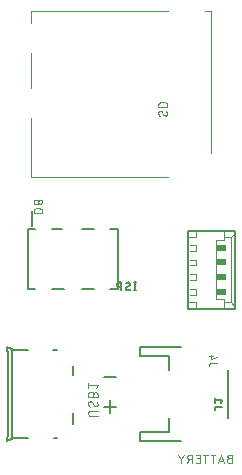
<source format=gbr>
G04 EAGLE Gerber RS-274X export*
G75*
%MOMM*%
%FSLAX34Y34*%
%LPD*%
%INSilkscreen Bottom*%
%IPPOS*%
%AMOC8*
5,1,8,0,0,1.08239X$1,22.5*%
G01*
%ADD10C,0.076200*%
%ADD11C,0.152400*%
%ADD12C,0.203200*%
%ADD13C,0.100000*%
%ADD14C,0.050800*%
%ADD15R,0.875000X0.500000*%
%ADD16C,0.127000*%
%ADD17C,0.101600*%


D10*
X-223647Y-62832D02*
X-216281Y-62832D01*
X-216281Y-60786D01*
X-216283Y-60697D01*
X-216289Y-60608D01*
X-216299Y-60519D01*
X-216312Y-60431D01*
X-216329Y-60343D01*
X-216351Y-60256D01*
X-216376Y-60171D01*
X-216404Y-60086D01*
X-216437Y-60003D01*
X-216473Y-59921D01*
X-216512Y-59841D01*
X-216555Y-59763D01*
X-216601Y-59687D01*
X-216651Y-59612D01*
X-216704Y-59540D01*
X-216760Y-59471D01*
X-216819Y-59404D01*
X-216880Y-59339D01*
X-216945Y-59278D01*
X-217012Y-59219D01*
X-217081Y-59163D01*
X-217153Y-59110D01*
X-217228Y-59060D01*
X-217304Y-59014D01*
X-217382Y-58971D01*
X-217462Y-58932D01*
X-217544Y-58896D01*
X-217627Y-58863D01*
X-217712Y-58835D01*
X-217797Y-58810D01*
X-217884Y-58788D01*
X-217972Y-58771D01*
X-218060Y-58758D01*
X-218149Y-58748D01*
X-218238Y-58742D01*
X-218327Y-58740D01*
X-221601Y-58740D01*
X-221690Y-58742D01*
X-221779Y-58748D01*
X-221868Y-58758D01*
X-221956Y-58771D01*
X-222044Y-58788D01*
X-222131Y-58810D01*
X-222216Y-58835D01*
X-222301Y-58863D01*
X-222384Y-58896D01*
X-222466Y-58932D01*
X-222546Y-58971D01*
X-222624Y-59014D01*
X-222700Y-59060D01*
X-222775Y-59110D01*
X-222847Y-59163D01*
X-222916Y-59219D01*
X-222983Y-59278D01*
X-223048Y-59339D01*
X-223109Y-59404D01*
X-223168Y-59471D01*
X-223224Y-59540D01*
X-223277Y-59612D01*
X-223327Y-59687D01*
X-223373Y-59763D01*
X-223416Y-59841D01*
X-223455Y-59921D01*
X-223491Y-60003D01*
X-223524Y-60086D01*
X-223552Y-60171D01*
X-223577Y-60256D01*
X-223599Y-60343D01*
X-223616Y-60431D01*
X-223629Y-60519D01*
X-223639Y-60608D01*
X-223645Y-60697D01*
X-223647Y-60786D01*
X-223647Y-62832D01*
X-221601Y-55273D02*
X-221512Y-55271D01*
X-221423Y-55265D01*
X-221334Y-55255D01*
X-221246Y-55242D01*
X-221158Y-55225D01*
X-221071Y-55203D01*
X-220986Y-55178D01*
X-220901Y-55150D01*
X-220818Y-55117D01*
X-220736Y-55081D01*
X-220656Y-55042D01*
X-220578Y-54999D01*
X-220502Y-54953D01*
X-220427Y-54903D01*
X-220355Y-54850D01*
X-220286Y-54794D01*
X-220219Y-54735D01*
X-220154Y-54674D01*
X-220093Y-54609D01*
X-220034Y-54542D01*
X-219978Y-54473D01*
X-219925Y-54401D01*
X-219875Y-54326D01*
X-219829Y-54250D01*
X-219786Y-54172D01*
X-219747Y-54092D01*
X-219711Y-54010D01*
X-219678Y-53927D01*
X-219650Y-53842D01*
X-219625Y-53757D01*
X-219603Y-53670D01*
X-219586Y-53582D01*
X-219573Y-53494D01*
X-219563Y-53405D01*
X-219557Y-53316D01*
X-219555Y-53227D01*
X-219557Y-53138D01*
X-219563Y-53049D01*
X-219573Y-52960D01*
X-219586Y-52872D01*
X-219603Y-52784D01*
X-219625Y-52697D01*
X-219650Y-52612D01*
X-219678Y-52527D01*
X-219711Y-52444D01*
X-219747Y-52362D01*
X-219786Y-52282D01*
X-219829Y-52204D01*
X-219875Y-52128D01*
X-219925Y-52053D01*
X-219978Y-51981D01*
X-220034Y-51912D01*
X-220093Y-51845D01*
X-220154Y-51780D01*
X-220219Y-51719D01*
X-220286Y-51660D01*
X-220355Y-51604D01*
X-220427Y-51551D01*
X-220502Y-51501D01*
X-220578Y-51455D01*
X-220656Y-51412D01*
X-220736Y-51373D01*
X-220818Y-51337D01*
X-220901Y-51304D01*
X-220986Y-51276D01*
X-221071Y-51251D01*
X-221158Y-51229D01*
X-221246Y-51212D01*
X-221334Y-51199D01*
X-221423Y-51189D01*
X-221512Y-51183D01*
X-221601Y-51181D01*
X-221690Y-51183D01*
X-221779Y-51189D01*
X-221868Y-51199D01*
X-221956Y-51212D01*
X-222044Y-51229D01*
X-222131Y-51251D01*
X-222216Y-51276D01*
X-222301Y-51304D01*
X-222384Y-51337D01*
X-222466Y-51373D01*
X-222546Y-51412D01*
X-222624Y-51455D01*
X-222700Y-51501D01*
X-222775Y-51551D01*
X-222847Y-51604D01*
X-222916Y-51660D01*
X-222983Y-51719D01*
X-223048Y-51780D01*
X-223109Y-51845D01*
X-223168Y-51912D01*
X-223224Y-51981D01*
X-223277Y-52053D01*
X-223327Y-52128D01*
X-223373Y-52204D01*
X-223416Y-52282D01*
X-223455Y-52362D01*
X-223491Y-52444D01*
X-223524Y-52527D01*
X-223552Y-52612D01*
X-223577Y-52697D01*
X-223599Y-52784D01*
X-223616Y-52872D01*
X-223629Y-52960D01*
X-223639Y-53049D01*
X-223645Y-53138D01*
X-223647Y-53227D01*
X-223645Y-53316D01*
X-223639Y-53405D01*
X-223629Y-53494D01*
X-223616Y-53582D01*
X-223599Y-53670D01*
X-223577Y-53757D01*
X-223552Y-53842D01*
X-223524Y-53927D01*
X-223491Y-54010D01*
X-223455Y-54092D01*
X-223416Y-54172D01*
X-223373Y-54250D01*
X-223327Y-54326D01*
X-223277Y-54401D01*
X-223224Y-54473D01*
X-223168Y-54542D01*
X-223109Y-54609D01*
X-223048Y-54674D01*
X-222983Y-54735D01*
X-222916Y-54794D01*
X-222847Y-54850D01*
X-222775Y-54903D01*
X-222700Y-54953D01*
X-222624Y-54999D01*
X-222546Y-55042D01*
X-222466Y-55081D01*
X-222384Y-55117D01*
X-222301Y-55150D01*
X-222216Y-55178D01*
X-222131Y-55203D01*
X-222044Y-55225D01*
X-221956Y-55242D01*
X-221868Y-55255D01*
X-221779Y-55265D01*
X-221690Y-55271D01*
X-221601Y-55273D01*
X-217918Y-54864D02*
X-217839Y-54862D01*
X-217760Y-54856D01*
X-217681Y-54847D01*
X-217603Y-54834D01*
X-217526Y-54816D01*
X-217450Y-54796D01*
X-217375Y-54771D01*
X-217301Y-54743D01*
X-217228Y-54712D01*
X-217157Y-54676D01*
X-217088Y-54638D01*
X-217021Y-54596D01*
X-216956Y-54551D01*
X-216893Y-54503D01*
X-216832Y-54452D01*
X-216775Y-54398D01*
X-216719Y-54342D01*
X-216667Y-54283D01*
X-216617Y-54221D01*
X-216571Y-54157D01*
X-216527Y-54091D01*
X-216487Y-54023D01*
X-216451Y-53953D01*
X-216417Y-53881D01*
X-216387Y-53807D01*
X-216361Y-53733D01*
X-216338Y-53657D01*
X-216320Y-53580D01*
X-216304Y-53503D01*
X-216293Y-53424D01*
X-216285Y-53346D01*
X-216281Y-53267D01*
X-216281Y-53187D01*
X-216285Y-53108D01*
X-216293Y-53030D01*
X-216304Y-52951D01*
X-216320Y-52874D01*
X-216338Y-52797D01*
X-216361Y-52721D01*
X-216387Y-52647D01*
X-216417Y-52573D01*
X-216451Y-52501D01*
X-216487Y-52431D01*
X-216527Y-52363D01*
X-216571Y-52297D01*
X-216617Y-52233D01*
X-216667Y-52171D01*
X-216719Y-52112D01*
X-216775Y-52056D01*
X-216832Y-52002D01*
X-216893Y-51951D01*
X-216956Y-51903D01*
X-217021Y-51858D01*
X-217088Y-51816D01*
X-217157Y-51778D01*
X-217228Y-51742D01*
X-217301Y-51711D01*
X-217375Y-51683D01*
X-217450Y-51658D01*
X-217526Y-51638D01*
X-217603Y-51620D01*
X-217681Y-51607D01*
X-217760Y-51598D01*
X-217839Y-51592D01*
X-217918Y-51590D01*
X-217997Y-51592D01*
X-218076Y-51598D01*
X-218155Y-51607D01*
X-218233Y-51620D01*
X-218310Y-51638D01*
X-218386Y-51658D01*
X-218461Y-51683D01*
X-218535Y-51711D01*
X-218608Y-51742D01*
X-218679Y-51778D01*
X-218748Y-51816D01*
X-218815Y-51858D01*
X-218880Y-51903D01*
X-218943Y-51951D01*
X-219004Y-52002D01*
X-219061Y-52056D01*
X-219117Y-52112D01*
X-219169Y-52171D01*
X-219219Y-52233D01*
X-219265Y-52297D01*
X-219309Y-52363D01*
X-219349Y-52431D01*
X-219385Y-52501D01*
X-219419Y-52573D01*
X-219449Y-52647D01*
X-219475Y-52721D01*
X-219498Y-52797D01*
X-219516Y-52874D01*
X-219532Y-52951D01*
X-219543Y-53030D01*
X-219551Y-53108D01*
X-219555Y-53187D01*
X-219555Y-53267D01*
X-219551Y-53346D01*
X-219543Y-53424D01*
X-219532Y-53503D01*
X-219516Y-53580D01*
X-219498Y-53657D01*
X-219475Y-53733D01*
X-219449Y-53807D01*
X-219419Y-53881D01*
X-219385Y-53953D01*
X-219349Y-54023D01*
X-219309Y-54091D01*
X-219265Y-54157D01*
X-219219Y-54221D01*
X-219169Y-54283D01*
X-219117Y-54342D01*
X-219061Y-54398D01*
X-219004Y-54452D01*
X-218943Y-54503D01*
X-218880Y-54551D01*
X-218815Y-54596D01*
X-218748Y-54638D01*
X-218679Y-54676D01*
X-218608Y-54712D01*
X-218535Y-54743D01*
X-218461Y-54771D01*
X-218386Y-54796D01*
X-218310Y-54816D01*
X-218233Y-54834D01*
X-218155Y-54847D01*
X-218076Y-54856D01*
X-217997Y-54862D01*
X-217918Y-54864D01*
X-57916Y-270355D02*
X-55870Y-270355D01*
X-57916Y-270355D02*
X-58005Y-270357D01*
X-58094Y-270363D01*
X-58183Y-270373D01*
X-58271Y-270386D01*
X-58359Y-270403D01*
X-58446Y-270425D01*
X-58531Y-270450D01*
X-58616Y-270478D01*
X-58699Y-270511D01*
X-58781Y-270547D01*
X-58861Y-270586D01*
X-58939Y-270629D01*
X-59015Y-270675D01*
X-59090Y-270725D01*
X-59162Y-270778D01*
X-59231Y-270834D01*
X-59298Y-270893D01*
X-59363Y-270954D01*
X-59424Y-271019D01*
X-59483Y-271086D01*
X-59539Y-271155D01*
X-59592Y-271227D01*
X-59642Y-271302D01*
X-59688Y-271378D01*
X-59731Y-271456D01*
X-59770Y-271536D01*
X-59806Y-271618D01*
X-59839Y-271701D01*
X-59867Y-271786D01*
X-59892Y-271871D01*
X-59914Y-271958D01*
X-59931Y-272046D01*
X-59944Y-272134D01*
X-59954Y-272223D01*
X-59960Y-272312D01*
X-59962Y-272401D01*
X-59960Y-272490D01*
X-59954Y-272579D01*
X-59944Y-272668D01*
X-59931Y-272756D01*
X-59914Y-272844D01*
X-59892Y-272931D01*
X-59867Y-273016D01*
X-59839Y-273101D01*
X-59806Y-273184D01*
X-59770Y-273266D01*
X-59731Y-273346D01*
X-59688Y-273424D01*
X-59642Y-273500D01*
X-59592Y-273575D01*
X-59539Y-273647D01*
X-59483Y-273716D01*
X-59424Y-273783D01*
X-59363Y-273848D01*
X-59298Y-273909D01*
X-59231Y-273968D01*
X-59162Y-274024D01*
X-59090Y-274077D01*
X-59015Y-274127D01*
X-58939Y-274173D01*
X-58861Y-274216D01*
X-58781Y-274255D01*
X-58699Y-274291D01*
X-58616Y-274324D01*
X-58531Y-274352D01*
X-58446Y-274377D01*
X-58359Y-274399D01*
X-58271Y-274416D01*
X-58183Y-274429D01*
X-58094Y-274439D01*
X-58005Y-274445D01*
X-57916Y-274447D01*
X-55870Y-274447D01*
X-55870Y-267081D01*
X-57916Y-267081D01*
X-57995Y-267083D01*
X-58074Y-267089D01*
X-58153Y-267098D01*
X-58231Y-267111D01*
X-58308Y-267129D01*
X-58384Y-267149D01*
X-58459Y-267174D01*
X-58533Y-267202D01*
X-58606Y-267233D01*
X-58677Y-267269D01*
X-58746Y-267307D01*
X-58813Y-267349D01*
X-58878Y-267394D01*
X-58941Y-267442D01*
X-59002Y-267493D01*
X-59059Y-267547D01*
X-59115Y-267603D01*
X-59167Y-267662D01*
X-59217Y-267724D01*
X-59263Y-267788D01*
X-59307Y-267854D01*
X-59347Y-267922D01*
X-59383Y-267992D01*
X-59417Y-268064D01*
X-59447Y-268138D01*
X-59473Y-268212D01*
X-59496Y-268288D01*
X-59514Y-268365D01*
X-59530Y-268442D01*
X-59541Y-268521D01*
X-59549Y-268599D01*
X-59553Y-268678D01*
X-59553Y-268758D01*
X-59549Y-268837D01*
X-59541Y-268915D01*
X-59530Y-268994D01*
X-59514Y-269071D01*
X-59496Y-269148D01*
X-59473Y-269224D01*
X-59447Y-269298D01*
X-59417Y-269372D01*
X-59383Y-269444D01*
X-59347Y-269514D01*
X-59307Y-269582D01*
X-59263Y-269648D01*
X-59217Y-269712D01*
X-59167Y-269774D01*
X-59115Y-269833D01*
X-59059Y-269889D01*
X-59002Y-269943D01*
X-58941Y-269994D01*
X-58878Y-270042D01*
X-58813Y-270087D01*
X-58746Y-270129D01*
X-58677Y-270167D01*
X-58606Y-270203D01*
X-58533Y-270234D01*
X-58459Y-270262D01*
X-58384Y-270287D01*
X-58308Y-270307D01*
X-58231Y-270325D01*
X-58153Y-270338D01*
X-58074Y-270347D01*
X-57995Y-270353D01*
X-57916Y-270355D01*
X-62415Y-274447D02*
X-64870Y-267081D01*
X-67325Y-274447D01*
X-66711Y-272606D02*
X-63028Y-272606D01*
X-71697Y-274447D02*
X-71697Y-267081D01*
X-69651Y-267081D02*
X-73744Y-267081D01*
X-78037Y-267081D02*
X-78037Y-274447D01*
X-75991Y-267081D02*
X-80083Y-267081D01*
X-83078Y-274447D02*
X-86352Y-274447D01*
X-83078Y-274447D02*
X-83078Y-267081D01*
X-86352Y-267081D01*
X-85534Y-270355D02*
X-83078Y-270355D01*
X-89454Y-267081D02*
X-89454Y-274447D01*
X-89454Y-267081D02*
X-91500Y-267081D01*
X-91589Y-267083D01*
X-91678Y-267089D01*
X-91767Y-267099D01*
X-91855Y-267112D01*
X-91943Y-267129D01*
X-92030Y-267151D01*
X-92115Y-267176D01*
X-92200Y-267204D01*
X-92283Y-267237D01*
X-92365Y-267273D01*
X-92445Y-267312D01*
X-92523Y-267355D01*
X-92599Y-267401D01*
X-92674Y-267451D01*
X-92746Y-267504D01*
X-92815Y-267560D01*
X-92882Y-267619D01*
X-92947Y-267680D01*
X-93008Y-267745D01*
X-93067Y-267812D01*
X-93123Y-267881D01*
X-93176Y-267953D01*
X-93226Y-268028D01*
X-93272Y-268104D01*
X-93315Y-268182D01*
X-93354Y-268262D01*
X-93390Y-268344D01*
X-93423Y-268427D01*
X-93451Y-268512D01*
X-93476Y-268597D01*
X-93498Y-268684D01*
X-93515Y-268772D01*
X-93528Y-268860D01*
X-93538Y-268949D01*
X-93544Y-269038D01*
X-93546Y-269127D01*
X-93544Y-269216D01*
X-93538Y-269305D01*
X-93528Y-269394D01*
X-93515Y-269482D01*
X-93498Y-269570D01*
X-93476Y-269657D01*
X-93451Y-269742D01*
X-93423Y-269827D01*
X-93390Y-269910D01*
X-93354Y-269992D01*
X-93315Y-270072D01*
X-93272Y-270150D01*
X-93226Y-270226D01*
X-93176Y-270301D01*
X-93123Y-270373D01*
X-93067Y-270442D01*
X-93008Y-270509D01*
X-92947Y-270574D01*
X-92882Y-270635D01*
X-92815Y-270694D01*
X-92746Y-270750D01*
X-92674Y-270803D01*
X-92599Y-270853D01*
X-92523Y-270899D01*
X-92445Y-270942D01*
X-92365Y-270981D01*
X-92283Y-271017D01*
X-92200Y-271050D01*
X-92115Y-271078D01*
X-92030Y-271103D01*
X-91943Y-271125D01*
X-91855Y-271142D01*
X-91767Y-271155D01*
X-91678Y-271165D01*
X-91589Y-271171D01*
X-91500Y-271173D01*
X-89454Y-271173D01*
X-91909Y-271173D02*
X-93546Y-274447D01*
X-98764Y-270559D02*
X-96308Y-267081D01*
X-98764Y-270559D02*
X-101219Y-267081D01*
X-98764Y-270559D02*
X-98764Y-274447D01*
D11*
X-153501Y-201196D02*
X-164338Y-201196D01*
X-164338Y-226596D02*
X-153501Y-226596D01*
X-158919Y-232015D02*
X-158919Y-221178D01*
D12*
X-133900Y-255900D02*
X-98900Y-255900D01*
X-133900Y-255900D02*
X-133900Y-247900D01*
X-108900Y-247900D01*
X-108900Y-235900D01*
X-108900Y-195900D02*
X-108900Y-183900D01*
X-133900Y-183900D01*
X-133900Y-175900D01*
X-98900Y-175900D01*
X-58900Y-195900D02*
X-58900Y-235900D01*
D11*
X-63754Y-226907D02*
X-68890Y-226907D01*
X-68890Y-226906D02*
X-68964Y-226908D01*
X-69039Y-226914D01*
X-69112Y-226923D01*
X-69186Y-226936D01*
X-69258Y-226953D01*
X-69329Y-226973D01*
X-69400Y-226997D01*
X-69469Y-227025D01*
X-69537Y-227056D01*
X-69602Y-227090D01*
X-69667Y-227128D01*
X-69729Y-227169D01*
X-69789Y-227213D01*
X-69846Y-227260D01*
X-69901Y-227310D01*
X-69954Y-227363D01*
X-70004Y-227418D01*
X-70051Y-227475D01*
X-70095Y-227535D01*
X-70136Y-227597D01*
X-70174Y-227662D01*
X-70208Y-227728D01*
X-70239Y-227795D01*
X-70267Y-227864D01*
X-70291Y-227935D01*
X-70311Y-228006D01*
X-70328Y-228079D01*
X-70341Y-228152D01*
X-70350Y-228226D01*
X-70356Y-228300D01*
X-70358Y-228374D01*
X-70358Y-229108D01*
X-65222Y-223066D02*
X-63754Y-221232D01*
X-70358Y-221232D01*
X-70358Y-223066D02*
X-70358Y-219397D01*
D13*
X-225400Y43100D02*
X-225400Y73100D01*
X-225400Y18100D02*
X-225400Y-31900D01*
X-109400Y-31900D01*
X-109400Y108100D02*
X-225400Y108100D01*
X-225400Y98100D01*
X-73400Y108100D02*
X-73400Y-11900D01*
X-73400Y108100D02*
X-78400Y108100D01*
D10*
X-116346Y23789D02*
X-116424Y23787D01*
X-116502Y23782D01*
X-116579Y23772D01*
X-116656Y23759D01*
X-116732Y23743D01*
X-116807Y23723D01*
X-116881Y23699D01*
X-116954Y23672D01*
X-117026Y23641D01*
X-117096Y23607D01*
X-117165Y23570D01*
X-117231Y23529D01*
X-117296Y23485D01*
X-117358Y23439D01*
X-117418Y23389D01*
X-117476Y23337D01*
X-117531Y23282D01*
X-117583Y23224D01*
X-117633Y23164D01*
X-117679Y23102D01*
X-117723Y23037D01*
X-117764Y22971D01*
X-117801Y22902D01*
X-117835Y22832D01*
X-117866Y22760D01*
X-117893Y22687D01*
X-117917Y22613D01*
X-117937Y22538D01*
X-117953Y22462D01*
X-117966Y22385D01*
X-117976Y22308D01*
X-117981Y22230D01*
X-117983Y22152D01*
X-117981Y22038D01*
X-117976Y21925D01*
X-117966Y21811D01*
X-117953Y21698D01*
X-117936Y21586D01*
X-117916Y21474D01*
X-117892Y21363D01*
X-117864Y21252D01*
X-117833Y21143D01*
X-117798Y21035D01*
X-117759Y20928D01*
X-117717Y20822D01*
X-117672Y20718D01*
X-117623Y20615D01*
X-117570Y20514D01*
X-117515Y20415D01*
X-117456Y20317D01*
X-117394Y20222D01*
X-117329Y20129D01*
X-117261Y20037D01*
X-117190Y19949D01*
X-117116Y19862D01*
X-117039Y19778D01*
X-116960Y19697D01*
X-112254Y19901D02*
X-112176Y19903D01*
X-112098Y19908D01*
X-112021Y19918D01*
X-111944Y19931D01*
X-111868Y19947D01*
X-111793Y19967D01*
X-111719Y19991D01*
X-111646Y20018D01*
X-111574Y20049D01*
X-111504Y20083D01*
X-111436Y20120D01*
X-111369Y20161D01*
X-111304Y20205D01*
X-111242Y20251D01*
X-111182Y20301D01*
X-111124Y20353D01*
X-111069Y20408D01*
X-111017Y20466D01*
X-110967Y20526D01*
X-110921Y20588D01*
X-110877Y20653D01*
X-110836Y20720D01*
X-110799Y20788D01*
X-110765Y20858D01*
X-110734Y20930D01*
X-110707Y21003D01*
X-110683Y21077D01*
X-110663Y21152D01*
X-110647Y21228D01*
X-110634Y21305D01*
X-110624Y21382D01*
X-110619Y21460D01*
X-110617Y21538D01*
X-110619Y21648D01*
X-110625Y21757D01*
X-110635Y21867D01*
X-110648Y21975D01*
X-110666Y22084D01*
X-110687Y22191D01*
X-110713Y22298D01*
X-110742Y22404D01*
X-110774Y22509D01*
X-110811Y22612D01*
X-110851Y22714D01*
X-110895Y22815D01*
X-110943Y22914D01*
X-110993Y23011D01*
X-111048Y23106D01*
X-111106Y23199D01*
X-111167Y23290D01*
X-111231Y23379D01*
X-113686Y20719D02*
X-113644Y20653D01*
X-113600Y20588D01*
X-113552Y20526D01*
X-113502Y20466D01*
X-113449Y20408D01*
X-113393Y20353D01*
X-113335Y20300D01*
X-113274Y20251D01*
X-113211Y20204D01*
X-113146Y20160D01*
X-113079Y20120D01*
X-113010Y20083D01*
X-112939Y20049D01*
X-112867Y20018D01*
X-112793Y19991D01*
X-112718Y19967D01*
X-112643Y19947D01*
X-112566Y19931D01*
X-112489Y19918D01*
X-112411Y19908D01*
X-112332Y19903D01*
X-112254Y19901D01*
X-114913Y22970D02*
X-114955Y23037D01*
X-114999Y23102D01*
X-115047Y23164D01*
X-115097Y23224D01*
X-115150Y23282D01*
X-115206Y23337D01*
X-115265Y23389D01*
X-115325Y23439D01*
X-115389Y23486D01*
X-115454Y23529D01*
X-115521Y23570D01*
X-115590Y23607D01*
X-115661Y23641D01*
X-115733Y23672D01*
X-115807Y23699D01*
X-115881Y23723D01*
X-115957Y23743D01*
X-116034Y23759D01*
X-116111Y23772D01*
X-116189Y23782D01*
X-116268Y23787D01*
X-116346Y23789D01*
X-114914Y22970D02*
X-113686Y20719D01*
X-110617Y27012D02*
X-117983Y27012D01*
X-110617Y27012D02*
X-110617Y29058D01*
X-110619Y29147D01*
X-110625Y29236D01*
X-110635Y29325D01*
X-110648Y29413D01*
X-110665Y29501D01*
X-110687Y29588D01*
X-110712Y29673D01*
X-110740Y29758D01*
X-110773Y29841D01*
X-110809Y29923D01*
X-110848Y30003D01*
X-110891Y30081D01*
X-110937Y30157D01*
X-110987Y30232D01*
X-111040Y30304D01*
X-111096Y30373D01*
X-111155Y30440D01*
X-111216Y30505D01*
X-111281Y30566D01*
X-111348Y30625D01*
X-111417Y30681D01*
X-111489Y30734D01*
X-111564Y30784D01*
X-111640Y30830D01*
X-111718Y30873D01*
X-111798Y30912D01*
X-111880Y30948D01*
X-111963Y30981D01*
X-112048Y31009D01*
X-112133Y31034D01*
X-112220Y31056D01*
X-112308Y31073D01*
X-112396Y31086D01*
X-112485Y31096D01*
X-112574Y31102D01*
X-112663Y31104D01*
X-115937Y31104D01*
X-116026Y31102D01*
X-116115Y31096D01*
X-116204Y31086D01*
X-116292Y31073D01*
X-116380Y31056D01*
X-116467Y31034D01*
X-116552Y31009D01*
X-116637Y30981D01*
X-116720Y30948D01*
X-116802Y30912D01*
X-116882Y30873D01*
X-116960Y30830D01*
X-117036Y30784D01*
X-117111Y30734D01*
X-117183Y30681D01*
X-117252Y30625D01*
X-117319Y30566D01*
X-117384Y30505D01*
X-117445Y30440D01*
X-117504Y30373D01*
X-117560Y30304D01*
X-117613Y30232D01*
X-117663Y30157D01*
X-117709Y30081D01*
X-117752Y30003D01*
X-117791Y29923D01*
X-117827Y29841D01*
X-117860Y29758D01*
X-117888Y29673D01*
X-117913Y29588D01*
X-117935Y29501D01*
X-117952Y29413D01*
X-117965Y29325D01*
X-117975Y29236D01*
X-117981Y29147D01*
X-117983Y29058D01*
X-117983Y27012D01*
D12*
X-198120Y-127000D02*
X-208280Y-127000D01*
X-182880Y-127000D02*
X-172720Y-127000D01*
X-199390Y-76200D02*
X-208280Y-76200D01*
X-182880Y-76200D02*
X-172720Y-76200D01*
X-222250Y-127000D02*
X-228600Y-127000D01*
X-228600Y-76200D01*
X-222250Y-76200D01*
X-158750Y-127000D02*
X-152400Y-127000D01*
X-152400Y-76200D01*
X-158750Y-76200D01*
X-224790Y-73660D02*
X-224790Y-60960D01*
D11*
X-137969Y-121412D02*
X-137969Y-128016D01*
X-137235Y-128016D02*
X-138703Y-128016D01*
X-138703Y-121412D02*
X-137235Y-121412D01*
X-143944Y-128016D02*
X-144018Y-128014D01*
X-144092Y-128008D01*
X-144166Y-127999D01*
X-144239Y-127986D01*
X-144312Y-127969D01*
X-144383Y-127949D01*
X-144454Y-127925D01*
X-144523Y-127897D01*
X-144590Y-127866D01*
X-144656Y-127832D01*
X-144721Y-127794D01*
X-144783Y-127753D01*
X-144843Y-127709D01*
X-144900Y-127662D01*
X-144955Y-127612D01*
X-145008Y-127559D01*
X-145058Y-127504D01*
X-145105Y-127447D01*
X-145149Y-127387D01*
X-145190Y-127325D01*
X-145228Y-127260D01*
X-145262Y-127195D01*
X-145293Y-127127D01*
X-145321Y-127058D01*
X-145345Y-126987D01*
X-145365Y-126916D01*
X-145382Y-126844D01*
X-145395Y-126770D01*
X-145404Y-126697D01*
X-145410Y-126622D01*
X-145412Y-126548D01*
X-143944Y-128016D02*
X-143833Y-128014D01*
X-143722Y-128008D01*
X-143611Y-127998D01*
X-143500Y-127984D01*
X-143391Y-127966D01*
X-143282Y-127944D01*
X-143173Y-127919D01*
X-143066Y-127889D01*
X-142960Y-127856D01*
X-142855Y-127818D01*
X-142752Y-127778D01*
X-142650Y-127733D01*
X-142550Y-127685D01*
X-142451Y-127633D01*
X-142355Y-127578D01*
X-142260Y-127519D01*
X-142168Y-127457D01*
X-142078Y-127391D01*
X-141990Y-127323D01*
X-141905Y-127251D01*
X-141823Y-127176D01*
X-141743Y-127099D01*
X-141926Y-122880D02*
X-141928Y-122806D01*
X-141934Y-122731D01*
X-141943Y-122658D01*
X-141956Y-122584D01*
X-141973Y-122512D01*
X-141993Y-122441D01*
X-142017Y-122370D01*
X-142045Y-122301D01*
X-142076Y-122234D01*
X-142110Y-122168D01*
X-142148Y-122103D01*
X-142189Y-122041D01*
X-142233Y-121981D01*
X-142280Y-121924D01*
X-142330Y-121869D01*
X-142383Y-121816D01*
X-142438Y-121766D01*
X-142495Y-121719D01*
X-142555Y-121675D01*
X-142617Y-121634D01*
X-142682Y-121596D01*
X-142748Y-121562D01*
X-142815Y-121531D01*
X-142884Y-121503D01*
X-142955Y-121479D01*
X-143026Y-121459D01*
X-143098Y-121442D01*
X-143172Y-121429D01*
X-143245Y-121420D01*
X-143320Y-121414D01*
X-143394Y-121412D01*
X-143498Y-121414D01*
X-143602Y-121420D01*
X-143706Y-121430D01*
X-143809Y-121443D01*
X-143912Y-121461D01*
X-144014Y-121483D01*
X-144115Y-121508D01*
X-144215Y-121537D01*
X-144314Y-121570D01*
X-144411Y-121607D01*
X-144507Y-121647D01*
X-144602Y-121691D01*
X-144694Y-121739D01*
X-144785Y-121789D01*
X-144874Y-121844D01*
X-144961Y-121902D01*
X-145045Y-121962D01*
X-142660Y-124165D02*
X-142597Y-124126D01*
X-142537Y-124084D01*
X-142479Y-124039D01*
X-142422Y-123991D01*
X-142369Y-123940D01*
X-142318Y-123887D01*
X-142269Y-123832D01*
X-142224Y-123774D01*
X-142181Y-123714D01*
X-142141Y-123652D01*
X-142105Y-123588D01*
X-142071Y-123522D01*
X-142041Y-123454D01*
X-142014Y-123386D01*
X-141991Y-123316D01*
X-141971Y-123245D01*
X-141955Y-123173D01*
X-141942Y-123100D01*
X-141933Y-123027D01*
X-141928Y-122954D01*
X-141926Y-122880D01*
X-144678Y-125263D02*
X-144741Y-125302D01*
X-144801Y-125344D01*
X-144860Y-125389D01*
X-144916Y-125437D01*
X-144969Y-125488D01*
X-145020Y-125541D01*
X-145069Y-125596D01*
X-145114Y-125654D01*
X-145157Y-125714D01*
X-145197Y-125776D01*
X-145233Y-125840D01*
X-145267Y-125906D01*
X-145297Y-125974D01*
X-145324Y-126042D01*
X-145347Y-126112D01*
X-145367Y-126183D01*
X-145383Y-126255D01*
X-145396Y-126328D01*
X-145405Y-126401D01*
X-145410Y-126474D01*
X-145412Y-126548D01*
X-144678Y-125264D02*
X-142660Y-124164D01*
X-149239Y-121412D02*
X-149239Y-128016D01*
X-149239Y-121412D02*
X-151074Y-121412D01*
X-151159Y-121414D01*
X-151243Y-121420D01*
X-151327Y-121430D01*
X-151411Y-121443D01*
X-151494Y-121461D01*
X-151576Y-121482D01*
X-151657Y-121507D01*
X-151737Y-121536D01*
X-151815Y-121568D01*
X-151891Y-121604D01*
X-151966Y-121644D01*
X-152039Y-121687D01*
X-152110Y-121733D01*
X-152179Y-121782D01*
X-152246Y-121835D01*
X-152310Y-121891D01*
X-152371Y-121949D01*
X-152429Y-122010D01*
X-152485Y-122074D01*
X-152538Y-122141D01*
X-152587Y-122210D01*
X-152633Y-122281D01*
X-152676Y-122354D01*
X-152716Y-122429D01*
X-152752Y-122505D01*
X-152784Y-122583D01*
X-152813Y-122663D01*
X-152838Y-122744D01*
X-152859Y-122826D01*
X-152877Y-122909D01*
X-152890Y-122993D01*
X-152900Y-123077D01*
X-152906Y-123161D01*
X-152908Y-123246D01*
X-152906Y-123331D01*
X-152900Y-123415D01*
X-152890Y-123499D01*
X-152877Y-123583D01*
X-152859Y-123666D01*
X-152838Y-123748D01*
X-152813Y-123829D01*
X-152784Y-123909D01*
X-152752Y-123987D01*
X-152716Y-124063D01*
X-152676Y-124138D01*
X-152633Y-124211D01*
X-152587Y-124282D01*
X-152538Y-124351D01*
X-152485Y-124418D01*
X-152429Y-124482D01*
X-152371Y-124543D01*
X-152310Y-124601D01*
X-152246Y-124657D01*
X-152179Y-124710D01*
X-152110Y-124759D01*
X-152039Y-124805D01*
X-151966Y-124848D01*
X-151891Y-124888D01*
X-151815Y-124924D01*
X-151737Y-124956D01*
X-151657Y-124985D01*
X-151576Y-125010D01*
X-151494Y-125031D01*
X-151411Y-125049D01*
X-151327Y-125062D01*
X-151243Y-125072D01*
X-151159Y-125078D01*
X-151074Y-125080D01*
X-151074Y-125081D02*
X-149239Y-125081D01*
D12*
X-92744Y-138244D02*
X-92744Y-143494D01*
X-92744Y-138244D02*
X-92744Y-83244D01*
X-92744Y-77994D01*
X-52744Y-77994D01*
X-52744Y-79494D01*
X-52744Y-141994D01*
X-52744Y-143494D01*
X-92744Y-143494D01*
D14*
X-62744Y-143244D02*
X-62744Y-138244D01*
X-62744Y-135744D01*
X-68994Y-135744D01*
X-68994Y-85744D01*
X-62744Y-85744D02*
X-62744Y-83244D01*
X-62744Y-78244D01*
X-62744Y-85744D02*
X-68994Y-85744D01*
X-86494Y-138244D02*
X-86494Y-143244D01*
X-86494Y-138244D02*
X-92744Y-138244D01*
X-86494Y-83244D02*
X-86494Y-78244D01*
X-86494Y-83244D02*
X-92744Y-83244D01*
X-62744Y-138244D02*
X-56494Y-138244D01*
X-56494Y-83244D01*
X-62744Y-83244D01*
X-56494Y-138244D02*
X-52744Y-141994D01*
X-56494Y-83244D02*
X-52744Y-79494D01*
X-86494Y-131994D02*
X-91494Y-131994D01*
X-86494Y-131994D02*
X-86494Y-126994D01*
X-91494Y-126994D01*
X-91494Y-119494D02*
X-86494Y-119494D01*
X-86494Y-114494D01*
X-91494Y-114494D01*
X-91494Y-106994D02*
X-86494Y-106994D01*
X-86494Y-101994D01*
X-91494Y-101994D01*
X-91494Y-94494D02*
X-86494Y-94494D01*
X-86494Y-89494D01*
X-91494Y-89494D01*
D15*
X-64619Y-129494D03*
X-64619Y-116994D03*
X-64619Y-104494D03*
X-64619Y-91994D03*
D10*
X-67897Y-189958D02*
X-73626Y-189958D01*
X-73704Y-189960D01*
X-73782Y-189965D01*
X-73859Y-189975D01*
X-73936Y-189988D01*
X-74012Y-190004D01*
X-74087Y-190024D01*
X-74161Y-190048D01*
X-74234Y-190075D01*
X-74306Y-190106D01*
X-74376Y-190140D01*
X-74445Y-190177D01*
X-74511Y-190218D01*
X-74576Y-190262D01*
X-74638Y-190308D01*
X-74698Y-190358D01*
X-74756Y-190410D01*
X-74811Y-190465D01*
X-74863Y-190523D01*
X-74913Y-190583D01*
X-74959Y-190645D01*
X-75003Y-190710D01*
X-75044Y-190777D01*
X-75081Y-190845D01*
X-75115Y-190915D01*
X-75146Y-190987D01*
X-75173Y-191060D01*
X-75197Y-191134D01*
X-75217Y-191209D01*
X-75233Y-191285D01*
X-75246Y-191362D01*
X-75256Y-191439D01*
X-75261Y-191517D01*
X-75263Y-191595D01*
X-75263Y-192413D01*
X-73626Y-186523D02*
X-67897Y-184886D01*
X-73626Y-186523D02*
X-73626Y-182431D01*
X-71989Y-183659D02*
X-75263Y-183659D01*
D16*
X-240500Y-252900D02*
X-246500Y-255900D01*
X-240500Y-178900D02*
X-246500Y-175900D01*
X-241500Y-178900D02*
X-241500Y-252900D01*
X-245500Y-248900D02*
X-245500Y-183900D01*
X-245500Y-248900D02*
X-246500Y-255900D01*
X-245500Y-183900D02*
X-246500Y-175900D01*
X-190500Y-231900D02*
X-190500Y-240900D01*
X-190500Y-199900D02*
X-190500Y-191900D01*
X-203500Y-178900D02*
X-207500Y-178900D01*
X-228500Y-178900D02*
X-240500Y-178900D01*
X-240500Y-252900D02*
X-228500Y-252900D01*
X-206500Y-252900D02*
X-203500Y-252900D01*
D17*
X-175105Y-234442D02*
X-169418Y-234442D01*
X-175105Y-234442D02*
X-175198Y-234440D01*
X-175290Y-234434D01*
X-175383Y-234424D01*
X-175475Y-234411D01*
X-175566Y-234393D01*
X-175656Y-234371D01*
X-175745Y-234346D01*
X-175834Y-234317D01*
X-175920Y-234284D01*
X-176006Y-234248D01*
X-176090Y-234208D01*
X-176172Y-234164D01*
X-176252Y-234117D01*
X-176330Y-234067D01*
X-176405Y-234013D01*
X-176479Y-233957D01*
X-176550Y-233897D01*
X-176618Y-233834D01*
X-176684Y-233768D01*
X-176747Y-233700D01*
X-176807Y-233629D01*
X-176863Y-233555D01*
X-176917Y-233480D01*
X-176967Y-233402D01*
X-177014Y-233322D01*
X-177058Y-233240D01*
X-177098Y-233156D01*
X-177134Y-233070D01*
X-177167Y-232984D01*
X-177196Y-232895D01*
X-177221Y-232806D01*
X-177243Y-232716D01*
X-177261Y-232625D01*
X-177274Y-232533D01*
X-177284Y-232440D01*
X-177290Y-232348D01*
X-177292Y-232255D01*
X-177290Y-232162D01*
X-177284Y-232070D01*
X-177274Y-231977D01*
X-177261Y-231885D01*
X-177243Y-231794D01*
X-177221Y-231704D01*
X-177196Y-231615D01*
X-177167Y-231526D01*
X-177134Y-231440D01*
X-177098Y-231354D01*
X-177058Y-231270D01*
X-177014Y-231188D01*
X-176967Y-231108D01*
X-176917Y-231030D01*
X-176863Y-230955D01*
X-176807Y-230881D01*
X-176747Y-230810D01*
X-176684Y-230742D01*
X-176618Y-230676D01*
X-176550Y-230613D01*
X-176479Y-230553D01*
X-176405Y-230497D01*
X-176330Y-230443D01*
X-176252Y-230393D01*
X-176172Y-230346D01*
X-176090Y-230302D01*
X-176006Y-230262D01*
X-175920Y-230226D01*
X-175834Y-230193D01*
X-175745Y-230164D01*
X-175656Y-230139D01*
X-175566Y-230117D01*
X-175475Y-230099D01*
X-175383Y-230086D01*
X-175290Y-230076D01*
X-175198Y-230070D01*
X-175105Y-230068D01*
X-169418Y-230068D01*
X-177292Y-223816D02*
X-177290Y-223735D01*
X-177285Y-223655D01*
X-177275Y-223574D01*
X-177262Y-223494D01*
X-177246Y-223415D01*
X-177225Y-223337D01*
X-177201Y-223260D01*
X-177174Y-223184D01*
X-177143Y-223109D01*
X-177109Y-223036D01*
X-177071Y-222964D01*
X-177030Y-222895D01*
X-176986Y-222827D01*
X-176939Y-222761D01*
X-176888Y-222698D01*
X-176835Y-222637D01*
X-176779Y-222579D01*
X-176721Y-222523D01*
X-176660Y-222470D01*
X-176597Y-222419D01*
X-176531Y-222372D01*
X-176463Y-222328D01*
X-176394Y-222287D01*
X-176322Y-222249D01*
X-176249Y-222215D01*
X-176174Y-222184D01*
X-176098Y-222157D01*
X-176021Y-222133D01*
X-175943Y-222112D01*
X-175864Y-222096D01*
X-175784Y-222083D01*
X-175703Y-222073D01*
X-175623Y-222068D01*
X-175542Y-222066D01*
X-177292Y-223816D02*
X-177290Y-223933D01*
X-177285Y-224049D01*
X-177275Y-224166D01*
X-177263Y-224282D01*
X-177246Y-224397D01*
X-177226Y-224512D01*
X-177202Y-224627D01*
X-177175Y-224740D01*
X-177144Y-224853D01*
X-177109Y-224964D01*
X-177071Y-225075D01*
X-177030Y-225184D01*
X-176985Y-225292D01*
X-176936Y-225398D01*
X-176885Y-225503D01*
X-176830Y-225606D01*
X-176772Y-225707D01*
X-176711Y-225806D01*
X-176646Y-225904D01*
X-176579Y-225999D01*
X-176508Y-226092D01*
X-176435Y-226183D01*
X-176359Y-226271D01*
X-176280Y-226358D01*
X-176198Y-226441D01*
X-171168Y-226223D02*
X-171085Y-226221D01*
X-171002Y-226215D01*
X-170919Y-226205D01*
X-170837Y-226191D01*
X-170755Y-226174D01*
X-170675Y-226152D01*
X-170596Y-226127D01*
X-170518Y-226098D01*
X-170441Y-226065D01*
X-170366Y-226028D01*
X-170293Y-225989D01*
X-170222Y-225945D01*
X-170153Y-225899D01*
X-170086Y-225849D01*
X-170022Y-225796D01*
X-169960Y-225740D01*
X-169901Y-225681D01*
X-169845Y-225619D01*
X-169792Y-225555D01*
X-169743Y-225488D01*
X-169696Y-225419D01*
X-169652Y-225348D01*
X-169613Y-225275D01*
X-169576Y-225200D01*
X-169543Y-225123D01*
X-169514Y-225045D01*
X-169489Y-224966D01*
X-169467Y-224886D01*
X-169450Y-224804D01*
X-169436Y-224722D01*
X-169426Y-224639D01*
X-169420Y-224556D01*
X-169418Y-224473D01*
X-169418Y-224472D02*
X-169420Y-224361D01*
X-169426Y-224250D01*
X-169435Y-224139D01*
X-169448Y-224029D01*
X-169465Y-223919D01*
X-169486Y-223810D01*
X-169510Y-223701D01*
X-169538Y-223594D01*
X-169569Y-223487D01*
X-169604Y-223382D01*
X-169643Y-223278D01*
X-169685Y-223175D01*
X-169731Y-223074D01*
X-169780Y-222974D01*
X-169832Y-222876D01*
X-169888Y-222780D01*
X-169947Y-222685D01*
X-170009Y-222593D01*
X-170074Y-222503D01*
X-172699Y-225347D02*
X-172655Y-225418D01*
X-172607Y-225487D01*
X-172556Y-225554D01*
X-172502Y-225618D01*
X-172446Y-225680D01*
X-172386Y-225739D01*
X-172323Y-225795D01*
X-172259Y-225848D01*
X-172191Y-225898D01*
X-172121Y-225945D01*
X-172050Y-225988D01*
X-171976Y-226028D01*
X-171900Y-226064D01*
X-171823Y-226097D01*
X-171744Y-226126D01*
X-171664Y-226151D01*
X-171583Y-226173D01*
X-171501Y-226190D01*
X-171419Y-226204D01*
X-171335Y-226214D01*
X-171252Y-226220D01*
X-171168Y-226222D01*
X-174011Y-222942D02*
X-174055Y-222871D01*
X-174103Y-222802D01*
X-174154Y-222735D01*
X-174208Y-222671D01*
X-174264Y-222609D01*
X-174324Y-222550D01*
X-174386Y-222494D01*
X-174451Y-222441D01*
X-174519Y-222391D01*
X-174589Y-222344D01*
X-174660Y-222301D01*
X-174734Y-222261D01*
X-174810Y-222225D01*
X-174887Y-222192D01*
X-174966Y-222163D01*
X-175045Y-222138D01*
X-175127Y-222116D01*
X-175209Y-222099D01*
X-175291Y-222085D01*
X-175375Y-222075D01*
X-175458Y-222069D01*
X-175542Y-222067D01*
X-174011Y-222942D02*
X-172699Y-225347D01*
X-172918Y-218296D02*
X-172918Y-216109D01*
X-172920Y-216016D01*
X-172926Y-215924D01*
X-172936Y-215831D01*
X-172949Y-215739D01*
X-172967Y-215648D01*
X-172989Y-215558D01*
X-173014Y-215469D01*
X-173043Y-215380D01*
X-173076Y-215294D01*
X-173112Y-215208D01*
X-173152Y-215124D01*
X-173196Y-215042D01*
X-173243Y-214962D01*
X-173293Y-214884D01*
X-173347Y-214809D01*
X-173403Y-214735D01*
X-173463Y-214664D01*
X-173526Y-214596D01*
X-173592Y-214530D01*
X-173660Y-214467D01*
X-173731Y-214407D01*
X-173805Y-214351D01*
X-173880Y-214297D01*
X-173958Y-214247D01*
X-174038Y-214200D01*
X-174120Y-214156D01*
X-174204Y-214116D01*
X-174290Y-214080D01*
X-174376Y-214047D01*
X-174465Y-214018D01*
X-174554Y-213993D01*
X-174644Y-213971D01*
X-174735Y-213953D01*
X-174827Y-213940D01*
X-174920Y-213930D01*
X-175012Y-213924D01*
X-175105Y-213922D01*
X-175198Y-213924D01*
X-175290Y-213930D01*
X-175383Y-213940D01*
X-175475Y-213953D01*
X-175566Y-213971D01*
X-175656Y-213993D01*
X-175745Y-214018D01*
X-175834Y-214047D01*
X-175920Y-214080D01*
X-176006Y-214116D01*
X-176090Y-214156D01*
X-176172Y-214200D01*
X-176252Y-214247D01*
X-176330Y-214297D01*
X-176405Y-214351D01*
X-176479Y-214407D01*
X-176550Y-214467D01*
X-176618Y-214530D01*
X-176684Y-214596D01*
X-176747Y-214664D01*
X-176807Y-214735D01*
X-176863Y-214809D01*
X-176917Y-214884D01*
X-176967Y-214962D01*
X-177014Y-215042D01*
X-177058Y-215124D01*
X-177098Y-215208D01*
X-177134Y-215294D01*
X-177167Y-215380D01*
X-177196Y-215469D01*
X-177221Y-215558D01*
X-177243Y-215648D01*
X-177261Y-215739D01*
X-177274Y-215831D01*
X-177284Y-215924D01*
X-177290Y-216016D01*
X-177292Y-216109D01*
X-177292Y-218296D01*
X-169418Y-218296D01*
X-169418Y-216109D01*
X-169420Y-216027D01*
X-169426Y-215945D01*
X-169435Y-215864D01*
X-169449Y-215783D01*
X-169466Y-215702D01*
X-169487Y-215623D01*
X-169511Y-215545D01*
X-169540Y-215468D01*
X-169572Y-215392D01*
X-169607Y-215318D01*
X-169646Y-215246D01*
X-169688Y-215175D01*
X-169733Y-215107D01*
X-169782Y-215041D01*
X-169833Y-214977D01*
X-169888Y-214916D01*
X-169945Y-214857D01*
X-170005Y-214801D01*
X-170068Y-214748D01*
X-170133Y-214698D01*
X-170200Y-214651D01*
X-170269Y-214607D01*
X-170341Y-214567D01*
X-170414Y-214530D01*
X-170489Y-214496D01*
X-170565Y-214466D01*
X-170643Y-214440D01*
X-170722Y-214417D01*
X-170801Y-214398D01*
X-170882Y-214383D01*
X-170963Y-214371D01*
X-171045Y-214363D01*
X-171127Y-214359D01*
X-171209Y-214359D01*
X-171291Y-214363D01*
X-171373Y-214371D01*
X-171454Y-214383D01*
X-171535Y-214398D01*
X-171614Y-214417D01*
X-171693Y-214440D01*
X-171771Y-214466D01*
X-171847Y-214496D01*
X-171922Y-214530D01*
X-171995Y-214567D01*
X-172067Y-214607D01*
X-172136Y-214651D01*
X-172203Y-214698D01*
X-172268Y-214748D01*
X-172331Y-214801D01*
X-172391Y-214857D01*
X-172448Y-214916D01*
X-172503Y-214977D01*
X-172554Y-215041D01*
X-172603Y-215107D01*
X-172648Y-215175D01*
X-172690Y-215246D01*
X-172729Y-215318D01*
X-172764Y-215392D01*
X-172796Y-215468D01*
X-172825Y-215545D01*
X-172849Y-215623D01*
X-172870Y-215702D01*
X-172887Y-215783D01*
X-172901Y-215864D01*
X-172910Y-215945D01*
X-172916Y-216027D01*
X-172918Y-216109D01*
X-171168Y-210706D02*
X-169418Y-208519D01*
X-177292Y-208519D01*
X-177292Y-210706D02*
X-177292Y-206331D01*
M02*

</source>
